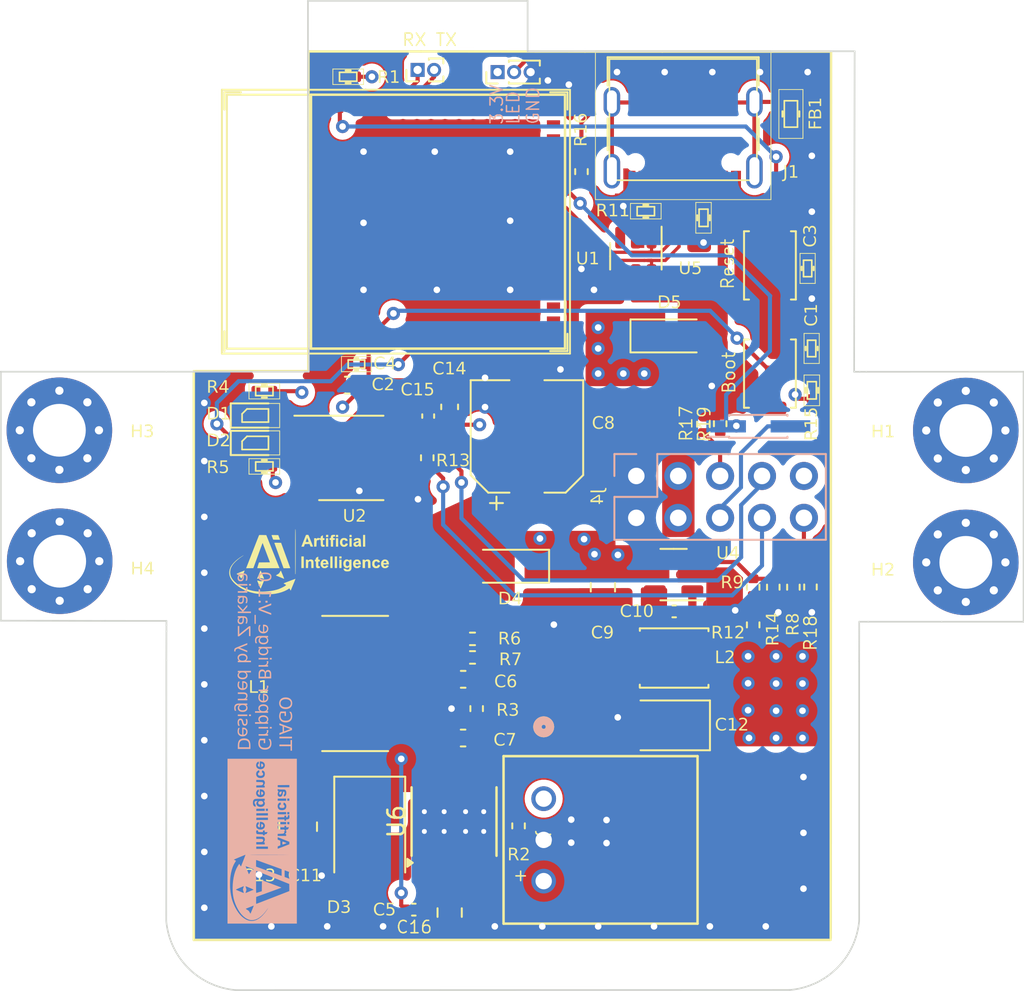
<source format=kicad_pcb>
(kicad_pcb (version 20240108) (generator "pcbnew") (generator_version "8.0")
  (layers (0 "F.Cu" mixed) (1 "In1.Cu" power "GND.Cu") (2 "In2.Cu" power "3V3.Cu") (31 "B.Cu" mixed) (34 "B.Paste" user) (35 "F.Paste" user) (36 "B.SilkS" user "B.Silkscreen") (37 "F.SilkS" user "F.Silkscreen") (38 "B.Mask" user) (39 "F.Mask" user) (44 "Edge.Cuts" user))
  (net 0 "")
  (net 1 "3V3")
  (net 2 "+5V")
  (net 3 "GND")
  (net 4 "Net-(D1-A)")
  (net 5 "user_led")
  (net 6 "Net-(D2-A)")
  (net 7 "Net-(J1-SHIELD)")
  (net 8 "D-")
  (net 9 "D+")
  (net 10 "Net-(D3-K)")
  (net 11 "Net-(J1-CC1)")
  (net 13 "Net-(J1-CC2)")
  (net 15 "Net-(U4-CB)")
  (net 16 "Net-(U4-SW)")
  (net 17 "Net-(U4-FB)")
  (net 18 "Net-(D4-K)")
  (net 19 "RO")
  (net 20 "RE")
  (net 21 "DI")
  (net 22 "BOOT")
  (net 23 "EN")
  (net 48 "Net-(J2-Pin_2)")
  (net 49 "Net-(J2-Pin_1)")
  (net 52 "+40V")
  (net 53 "Net-(U6-BOOT)")
  (net 54 "Net-(C6-Pad2)")
  (net 55 "Net-(U6-COMP)")
  (net 56 "Net-(U6-RT{slash}CLK)")
  (net 57 "Net-(U6-FB)")
  (net 58 "Net-(R12-Pad1)")
  (net 59 "unconnected-(U6-EN-Pad3)")
  (net 64 "Net-(J4-Pin_5)")
  (net 66 "Net-(J4-Pin_10)")
  (net 67 "24V")
  (net 68 "485+")
  (net 69 "485-")
  (net 71 "Net-(U1-GPIO26)")
  (net 72 "Net-(LED1-Pin_2)")
  (net 73 "V_on")
  (net 74 "V_on_p")
  (footprint "Resistor_SMD:R_0402_1005Metric" (layer "F.Cu") (at 113.875034 88.179035 180)
    (property "Reference" "R5")
    (property "Value" "2.2K" (hide yes))
  )
  (footprint "Capacitor_SMD:C_0402_1005Metric" (layer "F.Cu") (at 138.720108 96.97126 180)
    (property "Reference" "C10")
    (property "Value" "100nF" (hide yes))
  )
  (footprint "Capacitor_SMD:C_0603_1608Metric" (layer "F.Cu") (at 125.923755 104.653985)
    (property "Reference" "C7")
    (property "Value" "6.8nF" (hide yes))
  )
  (footprint "Resistor_SMD:R_0402_1005Metric" (layer "F.Cu") (at 143.51 97.79 -90)
    (property "Reference" "R12")
    (property "Value" "56.2K" (hide yes))
  )
  (footprint "Package_SO:SOIC-8_3.9x4.9mm_P1.27mm" (layer "F.Cu") (at 119.145274 87.663564)
    (property "Reference" "U2")
    (property "Value" "SP3485EN-L/TR" (hide yes))
  )
  (footprint "MountingHole:MountingHole_3.2mm_M3_Pad_Via" (layer "F.Cu") (at 156.4 86)
    (property "Reference" "H1")
    (property "Value" "MountingHole" (hide yes))
  )
  (footprint "LED_SMD:LED_0603_1608Metric" (layer "F.Cu") (at 113.325034 85.092654)
    (property "Reference" "D1")
    (property "Value" "LED" (hide yes))
  )
  (footprint "Connector_PinHeader_1.00mm:PinHeader_1x03_P1.00mm_Vertical" (layer "F.Cu") (at 128.016 64.262 90)
    (property "Reference" "LED1" (hide yes))
    (property "Value" "Conn_01x03_Pin" (hide yes))
  )
  (footprint "Resistor_SMD:R_0402_1005Metric" (layer "F.Cu") (at 137 72.7)
    (property "Reference" "R11")
    (property "Value" "5.1K" (hide yes))
  )
  (footprint "LED_SMD:LED_0603_1608Metric" (layer "F.Cu") (at 113.325034 86.755248)
    (property "Reference" "D2")
    (property "Value" "LED" (hide yes))
  )
  (footprint "Capacitor_SMD:C_0402_1005Metric" (layer "F.Cu") (at 146.812 76.172 -90)
    (property "Reference" "C3")
    (property "Value" "0.1uF" (hide yes))
  )
  (footprint "Inductor_SMD:L_0603_1608Metric" (layer "F.Cu") (at 145.796 66.802 90)
    (property "Reference" "FB1")
    (property "Value" "FerriteBead_Small" (hide yes))
  )
  (footprint "Resistor_SMD:R_0402_1005Metric" (layer "F.Cu") (at 133.1 70.3 -90)
    (property "Reference" "R16")
    (property "Value" "2.2K" (hide yes))
  )
  (footprint "MountingHole:MountingHole_3.2mm_M3_Pad_Via" (layer "F.Cu") (at 101.44946 85.987356)
    (property "Reference" "H3")
    (property "Value" "MountingHole" (hide yes))
  )
  (footprint "Inductor_SMD:L_Changjiang_FNR4030S" (layer "F.Cu") (at 138.7 99.8)
    (property "Reference" "L2")
    (property "Value" "4.7uH" (hide yes))
  )
  (footprint "Capacitor_SMD:C_0402_1005Metric" (layer "F.Cu") (at 122.936 115.062 180)
    (property "Reference" "C5")
    (property "Value" "0.1uF" (hide yes))
  )
  (footprint "Resistor_SMD:R_0402_1005Metric" (layer "F.Cu") (at 141.51 85.59 90)
    (property "Reference" "R19")
    (property "Value" "10K" (hide yes))
  )
  (footprint "Resistor_SMD:R_0402_1005Metric" (layer "F.Cu") (at 126.746 102.87 90)
    (property "Reference" "R3")
    (property "Value" "44.2K" (hide yes))
  )
  (footprint "Connector_PinHeader_1.00mm:PinHeader_1x02_P1.00mm_Vertical" (layer "F.Cu") (at 123.167186 64.13026 90)
    (property "Reference" "J2" (hide yes))
    (property "Value" "Conn_01x02_Pin" (hide yes))
  )
  (footprint "Resistor_SMD:R_0402_1005Metric" (layer "F.Cu") (at 140.49 85.62 -90)
    (property "Reference" "R17")
    (property "Value" "0R" (hide yes))
  )
  (footprint "Resistor_SMD:R_0402_1005Metric" (layer "F.Cu") (at 129.286 109.982 90)
    (property "Reference" "R2")
    (property "Value" "133K" (hide yes))
  )
  (footprint "Resistor_SMD:R_0402_1005Metric" (layer "F.Cu") (at 147.066 83.566 90)
    (property "Reference" "R15")
    (property "Value" "10K" (hide yes))
  )
  (footprint "Diode_SMD:D_SOD-123" (layer "F.Cu") (at 138.43 80.264)
    (property "Reference" "D5")
    (property "Value" "B5819W SL" (hide yes))
  )
  (footprint "Resistor_SMD:R_0402_1005Metric" (layer "F.Cu") (at 126.493312 98.639383)
    (property "Reference" "R6")
    (property "Value" "348K" (hide yes))
  )
  (footprint "Inductor_SMD:L_Bourns_SRN8040TA" (layer "F.Cu") (at 119.38 101.346 180)
    (property "Reference" "L1")
    (property "Value" "22uH/2.5A" (hide yes))
  )
  (footprint "Capacitor_SMD:C_0402_1005Metric" (layer "F.Cu") (at 147.056 81.026 90)
    (property "Reference" "C1")
    (property "Value" "22uF/50V" (hide yes))
  )
  (footprint "Resistor_SMD:R_0402_1005Metric" (layer "F.Cu") (at 126.49572 99.765047 180)
    (property "Reference" "R7")
    (property "Value" "12K" (hide yes))
  )
  (footprint "Resistor_SMD:R_0402_1005Metric" (layer "F.Cu") (at 140.5 73.1 90)
    (property "Reference" "R10" (hide yes))
    (property "Value" "5.1K" (hide yes))
  )
  (footprint "MountingHole:MountingHole_3.2mm_M3_Pad_Via" (layer "F.Cu") (at 101.468971 93.92932)
    (property "Reference" "H4")
    (property "Value" "MountingHole" (hide yes))
  )
  (footprint "Capacitor_SMD:C_0402_1005Metric" (layer "F.Cu") (at 123.807992 85.12603 90)
    (property "Reference" "C15")
    (property "Value" "0.1uF" (hide yes))
  )
  (footprint "Capacitor_SMD:C_0805_2012Metric" (layer "F.Cu") (at 134.4 95.504 -90)
    (property "Reference" "C9")
    (property "Value" "10uF/50V" (hide yes))
  )
  (footprint "Package_TO_SOT_SMD:SOT-23-6" (layer "F.Cu") (at 136.398 75.438 -90)
    (property "Reference" "U5")
    (property "Value" "SRV05-4" (hide yes))
  )
  (footprint "CONN_S3B-XH-ALFSN_JST:CONN_S3B-XH-ALFSN_JST" (layer "F.Cu") (at 130.81 108.332778 -90)
    (property "Reference" "J3")
    (property "Value" "S3B-XH-ALFSN" (hide yes))
  )
  (footprint "Capacitor_Tantalum_SMD:CP_EIA-3528-21_Kemet-B" (layer "F.Cu") (at 138.43 103.886 180)
    (property "Reference" "C12")
    (property "Value" "47uF/10V" (hide yes))
  )
  (footprint "Resistor_SMD:R_0402_1005Metric" (layer "F.Cu") (at 123.752379 87.655529 -90)
    (property "Reference" "R13")
    (property "Value" "120R" (hide yes))
  )
  (footprint "Capacitor_SMD:C_0603_1608Metric" (layer "F.Cu") (at 118.900402 83.24762 180)
    (property "Reference" "C2")
    (property "Value" "22uF/50V" (hide yes))
  )
  (footprint "Resistor_SMD:R_0402_1005Metric" (layer "F.Cu") (at 113.875034 83.616643 180)
    (property "Reference" "R4")
    (property "Value" "2.2K" (hide yes))
  )
  (footprint "Button_Switch_SMD:SW_Push_SPST_NO_Alps_SKRK" (layer "F.Cu") (at 144.526 75.987035 90)
    (property "Reference" "Reset1" (hide yes))
    (property "Value" "SW_Push" (hide yes))
  )
  (footprint "logo:logo_positive" (layer "F.Cu") (at 116.586 93.98)
    (property "Reference" "G***" (hide yes))
    (property "Value" "LOGO" (hide yes))
  )
  (footprint "Resistor_SMD:R_0402_1005Metric" (layer "F.Cu") (at 146.982801 95.4936 -90)
    (property "Reference" "R18")
    (property "Value" "0R" (hide yes))
  )
  (footprint "Capacitor_SMD:CP_Elec_6.3x3" (layer "F.Cu") (at 129.794 86.36 90)
    (property "Reference" "C8")
    (property "Value" "82uF" (hide yes))
  )
  (footprint "Capacitor_SMD:C_0603_1608Metric" (layer "F.Cu") (at 125.928708 101.092)
    (property "Reference" "C6")
    (property "Value" "3.3nF" (hide yes))
  )
  (footprint "Connector_USB:USB_C_Receptacle_G-Switch_GT-USB-7010ASV" (layer "F.Cu") (at 139.265034 67.147035 180)
    (property "Reference" "J1")
    (property "Value" "USB_C_Receptacle_USB2.0" (hide yes))
  )
  (footprint "Package_SO:TI_SO-PowerPAD-8_ThermalVias" (layer "F.Cu") (at 125.375 109.72 90)
    (property "Reference" "U6")
    (property "Value" "TPS54360BDDAR")
  )
  (footprint "Capacitor_SMD:C_0805_2012Metric" (layer "F.Cu") (at 116.332 110.031 -90)
    (property "Reference" "C11")
    (property "Value" "10uF/50V" (hide yes))
  )
  (footprint "Resistor_SMD:R_0402_1005Metric" (layer "F.Cu") (at 118.957434 64.546857 180)
    (property "Reference" "R1")
    (property "Value" "100K" (hide yes))
  )
  (footprint "Diode_SMD:D_SMB" (layer "F.Cu") (at 120.263682 110.658233 -90)
    (property "Reference" "D3")
    (property "Value" "SS510" (hide yes))
  )
  (footprint "Button_Switch_SMD:SW_Push_SPST_NO_Alps_SKRK" (layer "F.Cu") (at 144.526 82.55 -90)
    (property "Reference" "Boot1" (hide yes))
    (property "Value" "SW_Push" (hide yes))
  )
  (footprint "Capacitor_SMD:C_0805_2012Metric" (layer "F.Cu") (at 125.11 115.24 90)
    (property "Reference" "C16")
    (property "Value" "2.2uF" (hide yes))
  )
  (footprint "Capacitor_SMD:C_0603_1608Metric" (layer "F.Cu") (at 125.108478 84.568825 90)
    (property "Reference" "C14")
    (property "Value" "22uF/50V" (hide yes))
  )
  (footprint "Capacitor_SMD:C_0402_1005Metric" (layer "F.Cu") (at 119.457937 81.971805 180)
    (property "Reference" "C4")
    (property "Value" "0.1uF" (hide yes))
  )
  (footprint "Espressif:ESP32-S3-MINI-1" (layer "F.Cu") (at 124.403034 73.335035 90)
    (property "Reference" "U1")
    (property "Value" "ESP32-C3-MINI-1" (hide yes))
  )
  (footprint "Package_TO_SOT_SMD:SOT-23-6" (layer "F.Cu") (at 138.684 94.742 180)
    (property "Reference" "U4")
    (property "Value" "RY8411" (hide yes))
  )
  (footprint "Resistor_SMD:R_0402_1005Metric" (layer "F.Cu") (at 143.51 95.504 -90)
    (property "Reference" "R9")
    (property "Value" "100K" (hide yes))
  )
  (footprint "Diode_SMD:D_SOD-123" (layer "F.Cu") (at 128.778 94.234 180)
    (property "Reference" "D4")
    (property "Value" "B5819W SL" (hide yes))
  )
  (footprint "Resistor_SMD:R_0402_1005Metric" (layer "F.Cu") (at 145.948532 95.504 90)
    (property "Reference" "R8")
    (property "Value" "100K" (hide yes))
  )
  (footprint "Resistor_SMD:R_0402_1005Metric" (layer "F.Cu") (at 144.729266 95.504 90)
    (property "Reference" "R14")
    (property "Value" "100K" (hide yes))
  )
  (footprint "Capacitor_SMD:C_0805_2012Metric" (layer "F.Cu") (at 114.046 110.031 -90)
    (property "Reference" "C13")
    (property "Value" "10uF/50V" (hide yes))
  )
  (footprint "MountingHole:MountingHole_3.2mm_M3_Pad_Via" (layer "F.Cu") (at 156.4 94)
    (property "Reference" "H2")
    (property "Value" "MountingHole" (hide yes))
  )
  (footprint "Connector_PinHeader_1.27mm:PinHeader_2x01_P1.27mm_Vertical_SMD" (layer "B.Cu") (at 143.82 85.75)
    (property "Reference" "J5" (hide yes))
    (property "Value" "Conn_01x02_Pin" (hide yes))
  )
  (footprint "logo:logo" (layer "B.Cu") (at 113.75 110.91 90)
    (property "Reference" "G***" (hide yes))
    (property "Value" "LOGO" (hide yes))
  )
  (footprint "Connector_PinHeader_2.54mm:PinHeader_2x05_P2.54mm_Vertical" (layer "B.Cu") (at 136.425069 88.75925 -90)
    (property "Reference" "J4")
    (property "Value" "Conn_02x05_Counter_Clockwise" (hide yes))
  )
  (gr_line (start 133.32 63.02) (end 123.38 63.01) (stroke (width 0.15)) (layer "F.SilkS"))
  (gr_line (start 116.55 63.01) (end 116.54 81.83) (stroke (width 0.15)) (layer "F.SilkS"))
  (gr_line (start 109.6 116.9) (end 109.6 82.4) (stroke (width 0.15)) (layer "F.SilkS"))
  (gr_line (start 116.54 81.84) (end 116.54 82.4) (stroke (width 0.15)) (layer "F.SilkS"))
  (gr_line (start 144.67 63.02) (end 138 63.02) (stroke (width 0.15)) (layer "F.SilkS"))
  (gr_line (start 148.23 63.04) (end 148.21 116.8) (stroke (width 0.15)) (layer "F.SilkS"))
  (gr_line (start 148.23 63.02) (end 144.67 63.02) (stroke (width 0.15)) (layer "F.SilkS"))
  (gr_line (start 109.69 82.4) (end 116.54 82.4) (stroke (width 0.15)) (layer "F.SilkS"))
  (gr_line (start 138 63.02) (end 133.32 63.02) (stroke (width 0.15)) (layer "F.SilkS"))
  (gr_line (start 148.2 116.9) (end 109.6 116.9) (stroke (width 0.15)) (layer "F.SilkS"))
  (gr_line (start 123.38 63.01) (end 116.55 63.01) (stroke (width 0.15)) (layer "F.SilkS"))
  (gr_line (start 116.52 59.94) (end 116.52 65.36) (stroke (width 0.1)) (layer "Edge.Cuts"))
  (gr_line (start 104.224133 97.548943) (end 107.94 97.55) (stroke (width 0.1)) (layer "Edge.Cuts"))
  (gr_line (start 97.9 82.435035) (end 107.935034 82.435035) (stroke (width 0.1)) (layer "Edge.Cuts"))
  (gr_line (start 154.935034 97.6) (end 150.48 97.6) (stroke (width 0.1)) (layer "Edge.Cuts"))
  (gr_line (start 149.66 63) (end 129.835034 63) (stroke (width 0.1)) (layer "Edge.Cuts"))
  (gr_line (start 149.97 82.44) (end 149.63 82.44) (stroke (width 0.1)) (layer "Edge.Cuts"))
  (gr_line (start 129.835034 59.94) (end 129.835034 63) (stroke (width 0.1)) (layer "Edge.Cuts"))
  (gr_line (start 107.929034 115.741682) (end 107.935034 99.935035) (stroke (width 0.1)) (layer "Edge.Cuts"))
  (gr_line (start 149.935034 100) (end 149.94 98.06) (stroke (width 0.1)) (layer "Edge.Cuts"))
  (gr_line (start 129.835034 59.94) (end 116.52 59.94) (stroke (width 0.1)) (layer "Edge.Cuts"))
  (gr_line (start 107.935034 99.935035) (end 107.94 98.18) (stroke (width 0.1)) (layer "Edge.Cuts"))
  (gr_line (start 112.129034 119.941682) (end 145.735034 119.935034) (stroke (width 0.1)) (layer "Edge.Cuts"))
  (gr_line (start 150.48 97.6) (end 149.94 97.6) (stroke (width 0.1)) (layer "Edge.Cuts"))
  (gr_line (start 97.9 97.536) (end 97.9 82.435035) (stroke (width 0.1)) (layer "Edge.Cuts"))
  (gr_line (start 149.935034 100) (end 149.935034 115.735034) (stroke (width 0.1)) (layer "Edge.Cuts"))
  (gr_line (start 150.37 82.44) (end 149.97 82.44) (stroke (width 0.1)) (layer "Edge.Cuts"))
  (gr_line (start 116.332 82.435035) (end 107.935034 82.435035) (stroke (width 0.1)) (layer "Edge.Cuts"))
  (gr_line (start 107.94 97.81) (end 107.94 97.55) (stroke (width 0.1)) (layer "Edge.Cuts"))
  (gr_line (start 116.57 81.83) (end 116.569733 82.434244) (stroke (width 0.1)) (layer "Edge.Cuts"))
  (gr_line (start 154.935034 97.6) (end 159.9 97.6) (stroke (width 0.1)) (layer "Edge.Cuts"))
  (gr_line (start 159.9 97.6) (end 159.9 82.437019) (stroke (width 0.1)) (layer "Edge.Cuts"))
  (gr_line (start 116.52 65.36) (end 116.57 81.83) (stroke (width 0.1)) (layer "Edge.Cuts"))
  (gr_line (start 107.94 98.18) (end 107.94 97.81) (stroke (width 0.1)) (layer "Edge.Cuts"))
  (gr_line (start 104.224133 97.548943) (end 97.9 97.536) (stroke (width 0.1)) (layer "Edge.Cuts"))
  (gr_line (start 116.332 82.435035) (end 116.569733 82.434244) (stroke (width 0.1)) (layer "Edge.Cuts"))
  (gr_line (start 149.63 82.44) (end 149.66 63) (stroke (width 0.1)) (layer "Edge.Cuts"))
  (gr_arc (start 149.935034 115.735034) (mid 148.6 118.6) (end 145.735034 119.935034) (stroke (width 0.1)) (layer "Edge.Cuts"))
  (gr_arc (start 112.129034 119.941682) (mid 109.264053 118.606652) (end 107.929034 115.741682) (stroke (width 0.1)) (layer "Edge.Cuts"))
  (gr_line (start 149.94 98.06) (end 149.94 97.6) (stroke (width 0.1)) (layer "Edge.Cuts"))
  (gr_line (start 159.9 82.437019) (end 150.37 82.44) (stroke (width 0.1)) (layer "Edge.Cuts"))
  (gr_text "V_on" (at 145.2 84.34 0) (layer "B.Cu") (effects (font (size 0.75 0.75) (thickness 0.09)) (justify left bottom mirror)))
  (gr_text "GND" (at 130.6 67.5 90) (layer "B.SilkS") (effects (font (size 0.75 0.75) (thickness 0.09)) (justify left bottom)))
  (gr_text "3.3V" (at 128.4 67.5 90) (layer "B.SilkS") (effects (font (size 0.75 0.75) (thickness 0.09)) (justify left bottom)))
  (gr_text "LED" (at 129.4 67.5 90) (layer "B.SilkS") (effects (font (size 0.75 0.75) (thickness 0.09)) (justify left bottom)))
  (gr_text "TIAGO \nGripper Bridge_V:1.0\nDesigned by Zakaria" (at 112.14 105.42 270) (layer "B.SilkS") (effects (font (size 0.75 0.75)) (justify left bottom mirror)))
  (gr_text "TX" (at 124.206 62.738 0) (layer "F.SilkS") (effects (font (size 0.75 0.75) (thickness 0.09)) (justify left bottom)))
  (gr_text "+" (at 129.794 113.538 90) (layer "F.SilkS") (effects (font (size 0.75 0.75) (thickness 0.09)) (justify left bottom)))
  (gr_text "RX" (at 122.174 62.738 0) (layer "F.SilkS") (effects (font (size 0.75 0.75) (thickness 0.09)) (justify left bottom)))
  (gr_text "Boot" (at 142.48 83.82 90) (layer "F.SilkS") (effects (font (size 0.75 0.75) (thickness 0.09)) (justify left bottom)))
  (gr_text "Reset" (at 142.4 77.5 90) (layer "F.SilkS") (effects (font (size 0.75 0.75) (thickness 0.09)) (justify left bottom)))
  (segment (start 116.148022 83.68894) (end 116.075725 83.616643) (width 0.25) (layer "F.Cu") (net 1))
  (segment (start 123.807992 85.60603) (end 124.846273 85.60603) (width 0.25) (layer "F.Cu") (net 1))
  (segment (start 122.768256 85.758564) (end 122.92079 85.60603) (width 0.25) (layer "F.Cu") (net 1))
  (segment (start 120.396 64.546857) (end 119.467434 64.546857) (width 0.25) (layer "F.Cu") (net 1))
  (segment (start 116.075725 83.616643) (end 114.385034 83.616643) (width 0.25) (layer "F.Cu") (net 1))
  (segment (start 126.924296 85.651089) (end 125.415742 85.651089) (width 0.25) (layer "F.Cu") (net 1))
  (segment (start 125.415742 85.651089) (end 125.108478 85.343825) (width 0.25) (layer "F.Cu") (net 1))
  (segment (start 119.624229 83.270459) (end 119.888 83.53423) (width 0.25) (layer "F.Cu") (net 1))
  (segment (start 120.197034 80.359035) (end 120.197034 82.697654) (width 0.25) (layer "F.Cu") (net 1))
  (segment (start 121.620274 85.758564) (end 122.768256 85.758564) (width 0.25) (layer "F.Cu") (net 1))
  (segment (start 120.197034 82.697654) (end 119.624229 83.270459) (width 0.25) (layer "F.Cu") (net 1))
  (segment (start 118.631 84.582) (end 119.647 83.566) (width 0.25) (layer "F.Cu") (net 1))
  (segment (start 122.92079 85.60603) (end 123.807992 85.60603) (width 0.25) (layer "F.Cu") (net 1))
  (segment (start 114.385034 88.179035) (end 114.385034 88.985034) (width 0.25) (layer "F.Cu") (net 1))
  (segment (start 146.306 84.076) (end 146.05 83.82) (width 0.25) (layer "F.Cu") (net 1))
  (segment (start 114.385034 88.985034) (end 114.554 89.154) (width 0.25) (layer "F.Cu") (net 1))
  (segment (start 147.066 84.076) (end 146.306 84.076) (width 0.25) (layer "F.Cu") (net 1))
  (segment (start 118.618 84.582) (end 118.631 84.582) (width 0.25) (layer "F.Cu") (net 1))
  (segment (start 124.846273 85.60603) (end 125.108478 85.343825) (width 0.25) (layer "F.Cu") (net 1))
  (via (at 116.148022 83.68894) (size 0.8) (drill 0.4) (layers "F.Cu" "B.Cu") (net 1))
  (via (at 144.9 104.65) (size 0.8) (drill 0.4) (layers "F.Cu" "B.Cu") (net 1))
  (via (at 146.5 103) (size 0.8) (drill 0.4) (layers "F.Cu" "B.Cu") (net 1))
  (via (at 143.256 104.648) (size 0.8) (drill 0.4) (layers "F.Cu" "B.Cu") (net 1))
  (via (at 144.9 101.35) (size 0.8) (drill 0.4) (layers "F.Cu" "B.Cu") (net 1))
  (via (at 146.5 104.65) (size 0.8) (drill 0.4) (layers "F.Cu" "B.Cu") (net 1))
  (via (at 143.2 102.966666) (size 0.8) (drill 0.4) (layers "F.Cu" "B.Cu") (net 1))
  (via (at 143.2 99.7) (size 0.8) (drill 0.4) (layers "F.Cu" "B.Cu") (net 1))
  (via (at 146.05 83.82) (size 0.8) (drill 0.4) (layers "F.Cu" "B.Cu") (net 1))
  (via (at 126.924296 85.651089) (size 0.8) (drill 0.4) (layers "F.Cu" "B.Cu") (net 1))
  (via (at 146.5 101.35) (size 0.8) (drill 0.4) (layers "F.Cu" "B.Cu") (net 1))
  (via (at 118.618 84.582) (size 0.8) (drill 0.4) (layers "F.Cu" "B.Cu") (net 1))
  (via (at 114.554 89.154) (size 0.8) (drill 0.4) (layers "F.Cu" "B.Cu") (net 1))
  (via (at 144.9 99.7) (size 0.8) (drill 0.4) (layers "F.Cu" "B.Cu") (net 1))
  (via (at 144.9 103) (size 0.8) (drill 0.4) (layers "F.Cu" "B.Cu") (net 1))
  (via (at 146.5 99.7) (size 0.8) (drill 0.4) (layers "F.Cu" "B.Cu") (net 1))
  (via (at 143.2 101.333333) (size 0.8) (drill 0.4) (layers "F.Cu" "B.Cu") (net 1))
  (via (at 120.396 64.546857) (size 0.8) (drill 0.4) (layers "F.Cu" "B.Cu") (net 1))
  (segment (start 141.665034 70.286984) (end 140.761085 69.383035) (width 0.25) (layer "F.Cu") (net 2))
  (segment (start 140.761085 69.383035) (end 137.753034 69.383035) (width 0.25) (layer "F.Cu") (net 2))
  (segment (start 136.865034 70.286984) (end 136.865034 70.907035) (width 0.25) (layer "F.Cu") (net 2))
  (segment (start 137.753034 69.383035) (end 137.075034 70.061035) (width 0.25) (layer "F.Cu") (net 2))
  (segment (start 141.665034 70.907035) (end 141.665034 70.286984) (width 0.25) (layer "F.Cu") (net 2))
  (segment (start 137.075034 70.076984) (end 136.865034 70.286984) (width 0.25) (layer "F.Cu") (net 2))
  (segment (start 137.075034 70.061035) (end 137.075034 70.076984) (width 0.25) (layer "F.Cu") (net 2))
  (segment (start 141.52 85.08) (end 141.54 85.1) (width 0.25) (layer "F.Cu") (net 3))
  (segment (start 140.5 73.61) (end 140.5 74.6) (width 0.25) (layer "F.Cu") (net 3))
  (segment (start 131.403034 65.109034) (end 131.064 64.77) (width 0.25) (layer "F.Cu") (net 3))
  (segment (start 142.42 96.7) (end 140.462 94.742) (width 0.25) (layer "F.Cu") (net 3))
  (segment (start 131.403034 66.335035) (end 131.403034 65.109034) (width 0.25) (layer "F.Cu") (net 3))
  (segment (start 131.064 64.77) (end 130.556 64.262) (width 0.25) (layer "F.Cu") (net 3))
  (segment (start 140.462 94.742) (end 139.8215 94.742) (width 0.25) (layer "F.Cu") (net 3))
  (segment (start 142.42 96.91) (end 142.42 96.7) (width 0.25) (layer "F.Cu") (net 3))
  (segment (start 111.77288 84.328) (end 110.236 84.328) (width 0.25) (layer "F.Cu") (net 3))
  (segment (start 112.537534 85.092654) (end 111.77288 84.328) (width 0.25) (layer "F.Cu") (net 3))
  (segment (start 130.556 64.262) (end 130.016 64.262) (width 0.25) (layer "F.Cu") (net 3))
  (via (at 119.634 89.662) (size 0.8) (drill 0.4) (layers "F.Cu" "B.Cu") (net 3))
  (via (at 110.236 84.328) (size 0.8) (drill 0.4) (layers "F.Cu" "B.Cu") (net 3))
  (via (at 124.333 77.47) (size 0.8) (drill 0.4) (layers "F.Cu" "B.Cu") (net 3))
  (via (at 110.236 108.174095) (size 0.8) (drill 0.4) (layers "F.Cu" "B.Cu") (net 3))
  (via (at 135.255 64.262) (size 0.8) (drill 0.4) (layers "F.Cu" "B.Cu") (net 3))
  (via (at 110.236 94.627431) (size 0.8) (drill 0.4) (layers "F.Cu" "B.Cu") (net 3))
  (via (at 110.236 101.400763) (size 0.8) (drill 0.4) (layers "F.Cu" "B.Cu") (net 3))
  (via (at 127.846664 116.078) (size 0.8) (drill 0.4) (layers "F.Cu" "B.Cu") (net 3))
  (via (at 119.888 77.47) (size 0.8) (drill 0.4) (layers "F.Cu" "B.Cu") (net 3))
  (via (at 144.272 116.078) (size 0.8) (drill 0.4) (layers "F.Cu" "B.Cu") (net 3))
  (via (at 132.334 65.024) (size 0.8) (drill 0.4) (layers "F.Cu" "B.Cu") (net 3))
  (via (at 113.551491 112.942694) (size 0.8) (drill 0.4) (layers "F.Cu" "B.Cu") (net 3))
  (via (at 140.885334 116.078) (size 0.8) (drill 0.4) (layers "F.Cu" "B.Cu") (net 3))
  (via (at 132.479803 111) (size 0.8) (drill 0.4) (layers "F.Cu" "B.Cu") (net 3))
  (via (at 138.14425 64.262) (size 0.8) (drill 0.4) (layers "F.Cu" "B.Cu") (net 3))
  (via (at 146.558 113.792) (size 0.8) (drill 0.4) (layers "F.Cu" "B.Cu") (net 3))
  (via (at 119.888 73.406) (size 0.8) (drill 0.4) (layers "F.Cu" "B.Cu") (net 3))
  (via (at 147.066 97.028) (size 0.8) (drill 0.4) (layers "F.Cu" "B.Cu") (net 3))
  (via (at 135.3 103.4) (size 0.8) (drill 0.4) (layers "F.Cu" "B.Cu") (net 3))
  (via (at 127.254 84.582) (size 0.8) (drill 0.4) (layers "F.Cu" "B.Cu") (net 3))
  (via (at 140.5 74.6) (size 0.8) (drill 0.4) (layers "F.Cu" "B.Cu") (net 3))
  (via (at 147.066 69.341996) (size 0.8) (drill 0.4) (layers "F.Cu" "B.Cu") (net 3))
  (via (at 110.236 87.854099) (size 0.8) (drill 0.4) (layers "F.Cu" "B.Cu") (net 3))
  (via (at 137.498668 116.078) (size 0.8) (drill 0.4) (layers "F.Cu" "B.Cu") (net 3))
  (via (at 128.778 69.088) (size 0.8) (drill 0.4) (layers "F.Cu" "B.Cu") (net 3))
  (via (at 134.62 109.627635) (size 0.8) (drill 0.4) (layers "F.Cu" "B.Cu") (net 3))
  (via (at 146.812 64.262) (size 0.8) (drill 0.4) (layers "F.Cu" "B.Cu") (net 3))
  (via (at 131.425971 97.776795) (size 0.8) (drill 0.4) (layers "F.Cu" "B.Cu") (net 3))
  (via (at 141.0335 64.262) (size 0.8) (drill 0.4) (layers "F.Cu" "B.Cu") (net 3))
  (via (at 147.066 78) (size 0.8) (drill 0.4) (layers "F.Cu" "B.Cu") (net 3))
  (via (at 141 83.3) (size 0.8) (drill 0.4) (layers "F.Cu" "B.Cu") (net 3))
  (via (at 117.348 113) (size 0.8) (drill 0.4) (layers "F.Cu" "B.Cu") (net 3))
  (via (at 132.479803 109.603) (size 0.8) (drill 0.4) (layers "F.Cu" "B.Cu") (net 3))
  (via (at 110.236 104.787429) (size 0.8) (drill 0.4) (layers "F.Cu" "B.Cu") (net 3))
  (via (at 143.92275 64.262) (size 0.8) (drill 0.4) (layers "F.Cu" "B.Cu") (net 3))
  (via (at 146.558 110.405334) (size 0.8) (drill 0.4) (layers "F.Cu" "B.Cu") (net 3))
  (via (at 133.858 77.47) (size 0.8) (drill 0.4) (layers "F.Cu" "B.Cu") (net 3))
  (via (at 110.236 114.947433) (size 0.8) (drill 0.4) (layers "F.Cu" "B.Cu") (net 3))
  (via (at 117.686666 116.078) (size 0.8) (drill 0.4) (layers "F.Cu" "B.Cu") (net 3))
  (via (at 128.778 77.47) (size 0.8) (drill 0.4) (layers "F.Cu" "B.Cu") (net 3))
  (via (at 133.096 76.2) (size 0.8) (drill 0.4) (layers "F.Cu" "B.Cu") (net 3))
  (via (at 131.064 64.77) (size 0.8) (drill 0.4) (layers "F.Cu" "B.Cu") (net 3))
  (via (at 131.826 82.296) (size 0.8) (drill 0.4) (layers "F.Cu" "B.Cu") (net 3))
  (via (at 114.3 116.078) (size 0.8) (drill 0.4) (layers "F.Cu" "B.Cu") (net 3))
  (via (at 146.558 107.018668) (size 0.8) (drill 0.4) (layers "F.Cu" "B.Cu") (net 3))
  (via (at 110.236 91.240765) (size 0.8) (drill 0.4) (layers "F.Cu" "B.Cu") (net 3))
  (via (at 134.62 111.024635) (size 0.8) (drill 0.4) (layers "F.Cu" "B.Cu") (net 3))
  (via (at 125.222 102.87) (size 0.8) (drill 0.4) (layers "F.Cu" "B.Cu") (net 3))
  (via (at 128.778 73.279) (size 0.8) (drill 0.4) (layers "F.Cu" "B.Cu") (net 3))
  (via (at 147.066 72.728662) (size 0.8) (drill 0.4) (layers "F.Cu" "B.Cu") (net 3))
  (via (at 121.073332 116.078) (size 0.8) (drill 0.4) (layers "F.Cu" "B.Cu") (net 3))
  (via (at 142.42 96.91) (size 0.8) (drill 0.4) (layers "F.Cu" "B.Cu") (net 3))
  (via (at 135.636 72.39) (size 0.8) (drill 0.4) (layers "F.Cu" "B.Cu") (net 3))
  (via (at 110.236 98.014097) (size 0.8) (drill 0.4) (layers "F.Cu" "B.Cu") (net 3))
  (via (at 123.19 90.17) (size 0.8) (drill 0.4) (layers "F.Cu" "B.Cu") (net 3))
  (via (at 110.236 111.560761) (size 0.8) (drill 0.4) (layers "F.Cu" "B.Cu") (net 3))
  (via (at 130.725336 116.078) (size 0.8) (drill 0.4) (layers "F.Cu" "B.Cu") (net 3))
  (via (at 145.034 97.028) (size 0.8) (drill 0.4) (layers "F.Cu" "B.Cu") (net 3))
  (via (at 127.254 82.804) (size 0.8) (drill 0.4) (layers "F.Cu" "B.Cu") (net 3))
  (via (at 134.112002 116.078) (size 0.8) (drill 0.4) (layers "F.Cu" "B.Cu") (net 3))
  (via (at 124.206 69.088) (size 0.8) (drill 0.4) (layers "F.Cu" "B.Cu") (net 3))
  (via (at 119.888 69.088) (size 0.8) (drill 0.4) (layers "F.Cu" "B.Cu") (net 3))
  (segment (start 113.365034 84.345154) (end 114.112534 85.092654) (width 0.25) (layer "F.Cu") (net 4))
  (segment (start 113.365034 83.616643) (end 113.365034 84.345154) (width 0.25) (layer "F.Cu") (net 4))
  (segment (start 122.703034 81.296966) (end 122.703034 80.335035) (width 0.25) (layer "F.Cu") (net 5))
  (segment (start 112.155248 86.755248) (end 112.537534 86.755248) (width 0.25) (layer "F.Cu") (net 5))
  (segment (start 122 82) (end 122.703034 81.296966) (width 0.25) (layer "F.Cu") (net 5))
  (segment (start 110.998 85.598) (end 112.155248 86.755248) (width 0.25) (layer "F.Cu") (net 5))
  (via (at 110.998 85.598) (size 0.8) (drill 0.4) (layers "F.Cu" "B.Cu") (net 5))
  (via (at 122 82) (size 0.8) (drill 0.4) (layers "F.Cu" "B.Cu") (net 5))
  (segment (start 117.901735 83.012265) (end 118.914 82) (width 0.25) (layer "B.Cu") (net 5))
  (segment (start 110.998 85.598) (end 110.998 84.328) (width 0.25) (layer "B.Cu") (net 5))
  (segment (start 118.914 82) (end 122 82) (width 0.25) (layer "B.Cu") (net 5))
  (segment (start 110.998 84.328) (end 112.313735 83.012265) (width 0.25) (layer "B.Cu") (net 5))
  (segment (start 112.313735 83.012265) (end 117.901735 83.012265) (width 0.25) (layer "B.Cu") (net 5))
  (segment (start 113.365034 87.502748) (end 114.112534 86.755248) (width 0.25) (layer "F.Cu") (net 6))
  (segment (start 113.365034 88.179035) (end 113.365034 87.502748) (width 0.25) (layer "F.Cu") (net 6))
  (segment (start 143.585034 66.107035) (end 134.945034 66.107035) (width 0.25) (layer "F.Cu") (net 7))
  (segment (start 143.585034 66.107035) (end 143.585034 70.307035) (width 0.25) (layer "F.Cu") (net 7))
  (segment (start 134.945034 70.307035) (end 134.945034 66.107035) (width 0.25) (layer "F.Cu") (net 7))
  (segment (start 145.509965 66.072035) (end 145.542 66.04) (width 0.25) (layer "F.Cu") (net 7))
  (segment (start 143.585034 66.072035) (end 145.509965 66.072035) (width 0.25) (layer "F.Cu") (net 7))
  (segment (start 131.403034 73.335035) (end 132.263035 73.335035) (width 0.2) (layer "F.Cu") (net 8))
  (segment (start 139.015034 70.907035) (end 139.015034 71.661035) (width 0.2) (layer "F.Cu") (net 8))
  (segment (start 140.015034 70.907035) (end 140.015034 71.673784) (width 0.2) (layer "F.Cu") (net 8))
  (segment (start 138.185 75.683) (end 139.015034 74.852966) (width 0.2) (layer "F.Cu") (net 8))
  (segment (start 132.263035 73.335035) (end 134.611 75.683) (width 0.2) (layer "F.Cu") (net 8))
  (segment (start 139.015034 74.852966) (end 139.015034 71.661035) (width 0.2) (layer "F.Cu") (net 8))
  (segment (start 136.906 75.683) (end 138.185 75.683) (width 0.2) (layer "F.Cu") (net 8))
  (segment (start 139.162408 71.808409) (end 139.880409 71.808409) (width 0.2) (layer "F.Cu") (net 8))
  (segment (start 140.015034 71.673784) (end 139.880409 71.808409) (width 0.2) (layer "F.Cu") (net 8))
  (segment (start 139.015034 71.661035) (end 139.162408 71.808409) (width 0.2) (layer "F.Cu") (net 8))
  (segment (start 137.117999 75.683) (end 137.348 75.683) (width 0.2) (layer "F.Cu") (net 8))
  (segment (start 137.348 75.683) (end 137.348 76.5755) (width 0.2) (layer "F.Cu") (net 8))
  (segment (start 134.611 75.683) (end 136.906 75.683) (width 0.2) (layer "F.Cu") (net 8))
  (segment (start 138.565034 69.987035) (end 138.515034 70.037035) (width 0.2) (layer "F.Cu") (net 9))
  (segment (start 137.348 74.3005) (end 137.348 75.152501) (width 0.2) (layer "F.Cu") (net 9))
  (segment (start 137.913 75.193) (end 137.169 75.193) (width 0.2) (layer "F.Cu") (net 9))
  (segment (start 137.348 75.152501) (end 137.388499 75.193) (width 0.2) (layer "F.Cu") (net 9))
  (segment (start 137.388499 74.340999) (end 137.348 74.3005) (width 0.2) (layer "F.Cu") (net 9))
  (segment (start 138.515034 70.037035) (end 138.515034 74.590966) (width 0.2) (layer "F.Cu") (net 9))
  (segment (start 134.883 75.193) (end 137.388499 75.193) (width 0.2) (layer "F.Cu") (net 9))
  (segment (start 139.515034 70.907035) (end 139.515034 70.037035) (width 0.2) (layer "F.Cu") (net 9))
  (segment (start 139.515034 70.037035) (end 139.465034 69.987035) (width 0.2) (layer "F.Cu") (net 9))
  (segment (start 139.465034 69.987035) (end 138.565034 69.987035) (width 0.2) (layer "F.Cu") (net 9))
  (segment (start 132.175035 72.485035) (end 134.883 75.193) (width 0.2) (layer "F.Cu") (net 9))
  (segment (start 131.403034 72.485035) (end 132.175035 72.485035) (width 0.2) (layer "F.Cu") (net 9))
  (segment (start 138.515034 74.590966) (end 137.913 75.193) (width 0.2) (layer "F.Cu") (net 9))
  (segment (start 122.456 115.062) (end 122.428 115.062) (width 0.25) (layer "F.Cu") (net 10))
  (segment (start 122.428 115.062) (end 122.174 114.808) (width 0.25) (layer "F.Cu") (net 10))
  (segment (start 122.174 114.808) (end 122.174 114.046) (width 0.25) (layer "F.Cu") (net 10))
  (via (at 122.174 114.046) (size 0.8) (drill 0.4) (layers "F.Cu" "B.Cu") (net 10))
  (via (at 122.174 105.918) (size 0.8) (drill 0.4) (layers "F.Cu" "B.Cu") (net 10))
  (segment (start 122.174 105.918) (end 122.174 114.046) (width 0.25) (layer "B.Cu") (net 10))
  (segment (start 140.515034 72.574966) (end 140.5 72.59) (width 0.25) (layer "F.Cu") (net 11))
  (segment (start 140.515034 70.907035) (end 140.515034 72.574966) (width 0.25) (layer "F.Cu") (net 11))
  (segment (start 137.515034 70.907035) (end 137.515034 72.782069) (width 0.25) (layer "F.Cu") (net 13))
  (segment (start 139.22687 97.028) (end 139.8215 97.028) (width 0.5) (layer "F.Cu") (net 15))
  (segment (start 139.185119 96.986249) (end 139.22687 97.028) (width 0.5) (layer "F.Cu") (net 15))
  (segment (start 139.8215 97.028) (end 139.8215 95.692) (width 0.5) (layer "F.Cu") (net 15))
  (segment (start 143.51 94.994) (end 146.05 94.994) (width 0.25) (layer "F.Cu") (net 17))
  (segment (start 142.496 93.98) (end 143.51 94.994) (width 0.25) (layer "F.Cu") (net 17))
  (segment (start 140.582 93.792) (end 140.77 93.98) (width 0.25) (layer "F.Cu") (net 17))
  (segment (start 140.77 93.98) (end 142.496 93.98) (width 0.25) (layer "F.Cu") (net 17))
  (segment (start 139.8215 93.792) (end 140.582 93.792) (width 0.25) (layer "F.Cu") (net 17))
  (via (at 136.906 82.55) (size 0.8) (drill 0.4) (layers "F.Cu" "B.Cu") (net 18))
  (via (at 135.308537 93.54776) (size 0.8) (drill 0.4) (layers "F.Cu" "B.Cu") (net 18))
  (via (at 133.259509 92.590025) (size 0.8) (drill 0.4) (layers "F.Cu" "B.Cu") (net 18))
  (via (at 134.112 79.756) (size 0.8) (drill 0.4) (layers "F.Cu" "B.Cu") (net 18))
  (via (at 133.888419 93.502958) (size 0.8) (drill 0.4) (layers "F.Cu" "B.Cu") (net 18))
  (via (at 134.112 82.55) (size 0.8) (drill 0.4) (layers "F.Cu" "B.Cu") (net 18))
  (via (at 130.581571 92.54945) (size 0.8) (drill 0.4) (layers "F.Cu" "B.Cu") (net 18))
  (via (at 134.112 81.026) (size 0.8) (drill 0.4) (layers "F.Cu" "B.Cu") (net 18))
  (via (at 135.636 82.55) (size 0.8) (drill 0.4) (layers "F.Cu" "B.Cu") (net 18))
  (segment (start 118.704035 85.758564) (end 116.670274 85.758564) (width 0.25) (layer "F.Cu") (net 19))
  (segment (start 124.403034 81.089458) (end 122.536093 82.956399) (width 0.25) (layer "F.Cu") (net 19))
  (segment (start 124.403034 80.335035) (end 124.403034 81.089458) (width 0.25) (layer "F.Cu") (net 19))
  (segment (start 122.536093 82.956399) (end 121.506199 82.956399) (width 0.25) (layer "F.Cu") (net 19))
  (segment (start 121.506199 82.956399) (end 118.704035 85.758564) (width 0.25) (layer "F.Cu") (net 19))
  (segment (start 121.496017 83.602664) (end 118.070117 87.028564) (width 0.25) (layer "F.Cu") (net 20))
  (segment (start 116.670274 87.028564) (end 116.670274 88.298564) (width 0.25) (layer "F.Cu") (net 20))
  (segment (start 118.070117 87.028564) (end 116.670274 87.028564) (width 0.25) (layer "F.Cu") (net 20))
  (segment (start 122.622436 83.602664) (end 121.496017 83.602664) (width 0.25) (layer "F.Cu") (net 20))
  (segment (start 125.230134 80.994966) (end 122.622436 83.602664) (width 0.25) (layer "F.Cu") (net 20))
  (segment (start 125.253034 80.994966) (end 125.230134 80.994966) (width 0.25) (layer "F.Cu") (net 20))
  (segment (start 125.253034 80.335035) (end 125.253034 80.994966) (width 0.25) (layer "F.Cu") (net 20))
  (segment (start 126.103034 80.896966) (end 126.103034 80.906966) (width 0.25) (layer "F.Cu") (net 21))
  (segment (start 122.418 84.582) (end 121.158 84.582) (width 0.25) (layer "F.Cu") (net 21))
  (segment (start 119.634 87.579837) (end 117.645273 89.568564) (width 0.25) (layer "F.Cu") (net 21))
  (segment (start 119.634 86.106) (end 119.634 87.579837) (width 0.25) (layer "F.Cu") (net 21))
  (segment (start 117.645273 89.568564) (end 116.670274 89.568564) (width 0.25) (layer "F.Cu") (net 21))
  (segment (start 126.103034 80.335035) (end 126.103034 80.896966) (width 0.25) (layer "F.Cu") (net 21))
  (segment (start 121.158 84.582) (end 119.634 86.106) (width 0.25) (layer "F.Cu") (net 21))
  (segment (start 126.103034 80.896966) (end 122.418 84.582) (width 0.25) (layer "F.Cu") (net 21))
  (segment (start 147.066 82.052) (end 147.066 83.056) (width 0.25) (layer "F.Cu") (net 22))
  (segment (start 144.526 84.65) (end 144.348 84.472) (width 0.25) (layer "F.Cu") (net 22))
  (segment (start 147.056 82.19) (end 147.066 82.18) (width 0.25) (layer "F.Cu") (net 22))
  (segment (start 142.53 80.4) (end 144.348 82.218) (width 0.25) (layer "F.Cu") (net 22))
  (segment (start 144.348 82.218) (end 144.376 82.19) (width 0.25) (layer "F.Cu") (net 22))
  (segment (start 121.7 78.9) (end 121.003034 79.596966) (width 0.25) (layer "F.Cu") (net 22))
  (segment (start 144.376 82.19) (end 147.056 82.19) (width 0.25) (layer "F.Cu") (net 22))
  (segment (start 144.348 84.472) (end 144.348 82.218) (width 0.25) (layer "F.Cu") (net 22))
  (segment (start 147.066 81.516) (end 147.066 82.032) (width 0.25) (layer "F.Cu") (net 22))
  (segment (start 121.003034 79.596966) (end 121.003034 80.335035) (width 0.25) (layer "F.Cu") (net 22))
  (segment (start 147.056 83.046) (end 147.066 83.056) (width 0.25) (layer "F.Cu") (net 22))
  (segment (start 147.056 81.506) (end 147.066 81.516) (width 0.25) (layer "F.Cu") (net 22))
  (via (at 121.7 78.9) (size 0.8) (drill 0.4) (layers "F.Cu" "B.Cu") (net 22))
  (via (at 142.53 80.4) (size 0.8) (drill 0.4) (layers "F.Cu" "B.Cu") (net 22))
  (segment (start 142.53 80.37) (end 140.9 78.74) (width 0.25) (layer "B.Cu") (net 22))
  (segment (start 121.86 78.74) (end 121.7 78.9) (width 0.25) (layer "B.Cu") (net 22))
  (segment (start 142.53 80.4) (end 142.53 80.37) (width 0.25) (layer "B.Cu") (net 22))
  (segment (start 140.9 78.74) (end 121.86 78.74) (width 0.25) (layer "B.Cu") (net 22))
  (segment (start 118.453034 66.335035) (end 118.453034 67.399034) (width 0.25) (layer "F.Cu") (net 23))
  (segment (start 118.453034 64.552457) (end 118.447434 64.546857) (width 0.25) (layer "F.Cu") (net 23))
  (segment (start 118.453034 67.399034) (end 118.618 67.564) (width 0.25) (layer "F.Cu") (net 23))
  (segment (start 144.9 69.4) (end 144.9 73.78) (width 0.25) (layer "F.Cu") (net 23))
  (segment (start 118.453034 66.335035) (end 118.453034 64.552457) (width 0.25) (layer "F.Cu") (net 23))
  (segment (start 144.9 73.78) (end 146.812 75.692) (width 0.25) (layer "F.Cu") (net 23))
  (via (at 118.618 67.564) (size 0.8) (drill 0.4) (layers "F.Cu" "B.Cu") (net 23))
  (via (at 144.9 69.4) (size 0.8) (drill 0.4) (layers "F.Cu" "B.Cu") (net 23))
  (segment (start 143.064 67.564) (end 118.618 67.564) (width 0.25) (layer "B.Cu") (net 23))
  (segment (start 144.9 69.4) (end 143.064 67.564) (width 0.25) (layer "B.Cu") (net 23))
  (segment (start 124.167186 64.554814) (end 124.167186 64.13026) (width 0.25) (layer "F.Cu") (net 48))
  (segment (start 123.553034 65.168966) (end 124.167186 64.554814) (width 0.25) (layer "F.Cu") (net 48))
  (segment (start 123.553034 66.335035) (end 123.553034 65.168966) (width 0.25) (layer "F.Cu") (net 48))
  (segment (start 122.703034 66.335035) (end 122.703034 65.256966) (width 0.25) (layer "F.Cu") (net 49))
  (segment (start 123.167186 64.792814) (end 123.167186 64.13026) (width 0.25) (layer "F.Cu") (net 49))
  (segment (start 122.703034 65.256966) (end 123.167186 64.792814) (width 0.25) (layer "F.Cu") (net 49))
  (segment (start 123.416 115.062) (end 123.416 112.795139) (width 0.25) (layer "F.Cu") (net 53))
  (segment (start 123.416 112.795139) (end 123.428873 112.782266) (width 0.25) (layer "F.Cu") (net 53))
  (segment (start 126.703708 102.127666) (end 126.703708 101.092) (width 0.25) (layer "F.Cu") (net 54))
  (segment (start 125.984 107.188) (end 126.111 107.061) (width 0.25) (layer "F.Cu") (net 55))
  (segment (start 125.968873 107.382266) (end 125.968873 106.187127) (width 0.25) (layer "F.Cu") (net 55))
  (segment (start 126.698755 104.653985) (end 126.698755 103.427245) (width 0.25) (layer "F.Cu") (net 55))
  (segment (start 126.698755 105.457245) (end 126.698755 104.653985) (width 0.25) (layer "F.Cu") (net 55))
  (segment (start 125.968873 106.187127) (end 126.698755 105.457245) (width 0.25) (layer "F.Cu") (net 55))
  (segment (start 127.238873 112.782266) (end 129.280569 110.740569) (width 0.25) (layer "F.Cu") (net 56))
  (segment (start 128.016 105.156) (end 128.016 100.33) (width 0.25) (layer "F.Cu") (net 57))
  (segment (start 127.004 98.744648) (end 127.004 99.763327) (width 0.25) (layer "F.Cu") (net 57))
  (segment (start 128.016 100.33) (end 127.451047 99.765047) (width 0.25) (layer "F.Cu") (net 57))
  (segment (start 127.238873 105.933127) (end 128.016 105.156) (width 0.25) (layer "F.Cu") (net 57))
  (segment (start 127.238873 107.382266) (end 127.238873 105.933127) (width 0.25) (layer "F.Cu") (net 57))
  (segment (start 127.451047 99.765047) (end 127.00572 99.765047) (width 0.25) (layer "F.Cu") (net 57))
  (segment (start 127.004 99.763327) (end 127.00572 99.765047) (width 0.25) (layer "F.Cu") (net 57))
  (segment (start 143.51 96.014) (end 143.51 97.28) (width 0.25) (layer "F.Cu") (net 58))
  (segment (start 126.056035 113.010104) (end 126.056035 112.776) (width 0.25) (layer "F.Cu") (net 59))
  (segment (start 140.49 86.13) (end 141.505069 87.145069) (width 0.25) (layer "F.Cu") (net 64))
  (segment (start 141.505069 87.145069) (end 141.505069 88.75925) (width 0.25) (layer "F.Cu") (net 64))
  (segment (start 147.066 93.726) (end 147.066 94.892201) (width 0.25) (layer "F.Cu") (net 66))
  (segment (start 146.585069 91.29925) (end 146.585069 93.245069) (width 0.25) (layer "F.Cu") (net 66))
  (segment (start 146.585069 93.245069) (end 147.066 93.726) (width 0.25) (layer "F.Cu") (net 66))
  (segment (start 147.066 94.892201) (end 147.167799 94.994) (width 0.25) (layer "F.Cu") (net 66))
  (segment (start 124.906648 98.744648) (end 124.714 98.552) (width 0.25) (layer "F.Cu") (net 67))
  (segment (start 125.984 98.744648) (end 124.906648 98.744648) (width 0.25) (layer "F.Cu") (net 67))
  (segment (start 124.714 96.148) (end 129.794 91.068) (width 0.25) (layer "F.Cu") (net 67))
  (segment (start 129.794 91.068) (end 129.794 89.06) (width 0.25) (layer "F.Cu") (net 67))
  (segment (start 124.714 98.552) (end 124.714 96.148) (width 0.25) (layer "F.Cu") (net 67))
  (segment (start 121.622454 88.300744) (end 121.620274 88.298564) (width 0.2) (layer "F.Cu") (net 68))
  (segment (start 124.714 89.408) (end 124.714 88.9) (width 0.25) (layer "F.Cu") (net 68))
  (segment (start 124.714 88.9) (end 124.114744 88.300744) (width 0.25) (layer "F.Cu") (net 68))
  (segment (start 124.114744 88.300744) (end 121.622454 88.300744) (width 0.25) (layer "F.Cu") (net 68))
  (via (at 124.714 89.408) (size 0.8) (drill 0.4) (layers "F.Cu" "B.Cu") (net 68))
  (segment (start 124.714 91.714) (end 129 96) (width 0.25) (layer "B.Cu") (net 68))
  (segment (start 124.714 89.408) (end 124.714 91.714) (width 0.25) (layer "B.Cu") (net 68))
  (segment (start 129 96) (end 142.24 96) (width 0.25) (layer "B.Cu") (net 68))
  (segment (start 144.045069 94.194931) (end 144.045069 91.29925) (width 0.25) (layer "B.Cu") (net 68))
  (segment (start 142.24 96) (end 144.045069 94.194931) (width 0.25) (layer "B.Cu") (net 68))
  (segment (start 123.570028 87.028564) (end 121.620274 87.028564) (width 0.25) (layer "F.Cu") (net 69))
  (segment (start 121.620274 87.028564) (end 121.648838 87) (width 0.2) (layer "F.Cu") (net 69))
  (segment (start 125.824698 89.154) (end 125.824698 88.472721) (width 0.25) (layer "F.Cu") (net 69))
  (segment (start 124.497506 87.145529) (end 123.686993 87.145529) (width 0.25) (layer "F.Cu") (net 69))
  (segment (start 125.824698 88.472721) (end 124.497506 87.145529) (width 0.25) (layer "F.Cu") (net 69))
  (segment (start 123.686993 87.145529) (end 123.570028 87.028564) (width 0.2) (layer "F.Cu") (net 69))
  (via (at 125.824698 89.154) (size 0.8) (drill 0.4) (layers "F.Cu" "B.Cu") (net 69))
  (segment (start 142.78 90.52) (end 142.78 93.69) (width 0.25) (layer "B.Cu") (net 69))
  (segment (start 144.018 88.392) (end 144.018 89.408) (width 0.2) (layer "B.Cu") (net 69))
  (segment (start 125.824698 91.326811) (end 125.824698 89.154) (width 0.25) (layer "B.Cu") (net 69))
  (segment (start 142.78 93.69) (end 141.378707 95.091293) (width 0.25) (layer "B.Cu") (net 69))
  (segment (start 129.58918 95.091293) (end 125.824698 91.326811) (width 0.25) (layer "B.Cu") (net 69))
  (segment (start 144.137949 88.75925) (end 144.045069 88.75925) (width 0.2) (layer "B.Cu") (net 69))
  (segment (start 141.378707 95.091293) (end 129.58918 95.091293) (width 0.25) (layer "B.Cu") (net 69))
  (segment (start 144.045069 89.254931) (end 142.78 90.52) (width 0.25) (layer "B.Cu") (net 69))
  (segment (start 144.045069 88.75925) (end 144.045069 89.254931) (width 0.25) (layer "B.Cu") (net 69))
  (segment (start 131.403034 70.785035) (end 131.417999 70.8) (width 0.25) (layer "F.Cu") (net 71))
  (segment (start 131.417999 70.8) (end 132.91 70.8) (width 0.25) (layer "F.Cu") (net 71))
  (segment (start 133.096 69.594) (end 133.096 67.31) (width 0.25) (layer "F.Cu") (net 72))
  (segment (start 133.604 64.77) (end 132.416 63.582) (width 0.25) (layer "F.Cu") (net 72))
  (segment (start 129.696 63.582) (end 129.016 64.262) (width 0.25) (layer "F.Cu") (net 72))
  (segment (start 132.416 63.582) (end 129.696 63.582) (width 0.25) (layer "F.Cu") (net 72))
  (segment (start 133.096 67.31) (end 133.604 66.802) (width 0.25) (layer "F.Cu") (net 72))
  (segment (start 133.604 66.802) (end 133.604 64.77) (width 0.25) (layer "F.Cu") (net 72))
  (segment (start 132.435035 71.635035) (end 133.02 72.22) (width 0.25) (layer "F.Cu") (net 73))
  (segment (start 131.403034 71.635035) (end 132.435035 71.635035) (width 0.25) (layer "F.Cu") (net 73))
  (segment (start 142.46 85.75) (end 142.49 85.72) (width 0.25) (layer "F.Cu") (net 73))
  (segment (start 141.86 85.75) (end 142.46 85.75) (width 0.25) (layer "F.Cu") (net 73))
  (segment (start 141.51 86.1) (end 141.86 85.75) (width 0.25) (layer "F.Cu") (net 73))
  (via (at 142.49 85.72) (size 0.8) (drill 0.4) (layers "F.Cu" "B.Cu") (net 73))
  (via (at 133.02 72.22) (size 0.8) (drill 0.4) (layers "F.Cu" "B.Cu") (net 73))
  (segment (start 144.54 77.84) (end 144.526 77.854) (width 0.25) (layer "B.Cu") (net 73))
  (segment (start 142.08 75.38) (end 144.54 77.84) (width 0.25) (layer "B.Cu") (net 73))
  (segment (start 133.02 72.24) (end 136.16 75.38) (width 0.25) (layer "B.Cu") (net 73))
  (segment (start 141.87 83.83) (end 141.87 85.75) (width 0.25) (layer "B.Cu") (net 73))
  (segment (start 141.87 85.75) (end 141.87 85.72) (width 0.25) (layer "B.Cu") (net 73))
  (segment (start 144.526 81.174) (end 141.87 83.83) (width 0.25) (layer "B.Cu") (net 73))
  (segment (start 136.16 75.38) (end 142.08 75.38) (width 0.25) (layer "B.Cu") (net 73))
  (segment (start 144.526 77.854) (end 144.526 81.174) (width 0.25) (layer "B.Cu") (net 73))
  (segment (start 133.02 72.22) (end 133.02 72.24) (width 0.25) (layer "B.Cu") (net 73))
  (segment (start 145.77 85.75) (end 145.77 85.744) (width 0.25) (layer "B.Cu") (net 74))
  (segment (start 144.39 85.75) (end 145.77 85.75) (width 0.25) (layer "B.Cu") (net 74))
  (segment (start 142.77 89.45) (end 142.77 87.37) (width 0.25) (layer "B.Cu") (net 74))
  (segment (start 142.77 87.37) (end 144.39 85.75) (width 0.25) (layer "B.Cu") (net 74))
  (segment (start 141.505069 91.29925) (end 141.505069 90.714931) (width 0.25) (layer "B.Cu") (net 74))
  (segment (start 141.505069 90.714931) (end 142.77 89.45) (width 0.25) (layer "B.Cu") (net 74))
  (zone (net 0) (net_name "") (layer "F.Cu") (connect_pads yes (clearance 0)) (min_thickness 0.25)
    (keepout (tracks allowed) (vias allowed) (pads allowed) (copperpour not_allowed) (footprints allowed))
    (fill (thermal_gap 0.5) (thermal_bridge_width 0.5) (island_removal_mode 2) (island_area_min 40))
    (polygon (pts (xy 139.192 75.184) (xy 141.224 75.184) (xy 141.224 77.216) (xy 138.176 77.216) (xy 138.176 75.946)))
  )
  (zone (net 3) (net_name "GND") (layer "F.Cu") (priority 3) (connect_pads yes (clearance 0.1)) (min_thickness 0.5) (fill yes (thermal_gap 0.1) (thermal_bridge_width 0.5))
    (polygon (pts (xy 124.405189 107.931797) (xy 125.222 107.934) (xy 125.222 106.426) (xy 125.984 105.611957) (xy 125.978522 100.586738) (xy 126.386271 99.747705) (xy 126.381 99.17846) (xy 124.431878 99.172139)))
  )
  (zone (net 16) (net_name "Net-(U4-SW)") (layer "F.Cu") (priority 4) (connect_pads yes (clearance 0.5)) (min_thickness 0.25) (fill yes (thermal_gap 0.5) (thermal_bridge_width 0.5))
    (polygon (pts (xy 138.3 95.4) (xy 138.282122 96.868499) (xy 138.285072 96.832916) (xy 138.285072 101.612916) (xy 136.7 101.648499) (xy 136.7 95.4)))
  )
  (zone (net 0) (net_name "") (layer "F.Cu") (connect_pads yes (clearance 0)) (min_thickness 0.25)
    (keepout (tracks allowed) (vias allowed) (pads allowed) (copperpour not_allowed) (footprints allowed))
    (fill (thermal_gap 0.5) (thermal_bridge_width 0.5) (island_removal_mode 2) (island_area_min 40))
    (polygon (pts (xy 130.048 64.77) (xy 130.048 65.532) (xy 127.762 65.532) (xy 127.762 64.77)))
  )
  (zone (net 10) (net_name "Net-(D3-K)") (layer "F.Cu") (priority 2) (connect_pads yes (clearance 0.25)) (min_thickness 0.5) (fill yes (thermal_gap 0.25) (thermal_bridge_width 0.5))
    (polygon (pts (xy 119.129421 96.864727) (xy 123.952 96.868499) (xy 123.952 97.79) (xy 123.952 107.934) (xy 122.174 107.934) (xy 122.174 109.982) (xy 119.126 109.982)))
  )
  (zone (net 3) (net_name "GND") (layer "F.Cu") (priority 10) (connect_pads yes (clearance 0.1)) (min_thickness 0.5) (fill yes (thermal_gap 0.5) (thermal_bridge_width 0.5) (island_removal_mode 2) (island_area_min 40))
    (polygon (pts (xy 142.242763 94.304549) (xy 142.886665 94.92039) (xy 142.886665 97.46039) (xy 140.66934 97.450381) (xy 140.66934 95.672381) (xy 140.673963 95.220954) (xy 138.93624 95.2117) (xy 138.940763 94.304549)))
  )
  (zone (net 3) (net_name "GND") (layer "F.Cu") (priority 9) (connect_pads yes (clearance 0.1)) (min_thickness 0.5) (fill yes (thermal_gap 0.5) (thermal_bridge_width 0.5))
    (polygon (pts (xy 144.272 95.758) (xy 148.082 95.758) (xy 148.080454 97.924042) (xy 144.270454 97.924042)))
  )
  (zone (net 3) (net_name "GND") (layer "F.Cu") (priority 1) (connect_pads yes (clearance 0.4)) (min_thickness 0.5) (fill yes (thermal_gap 0.5) (thermal_bridge_width 0.5) (island_removal_mode 2) (island_area_min 40))
    (polygon (pts (xy 148.209885 116.907632) (xy 148.197456 62.999093) (xy 116.54012 63.000228) (xy 116.551418 82.403892) (xy 109.630967 82.407179) (xy 109.630967 116.907179)))
  )
  (zone (net 18) (net_name "Net-(D4-K)") (layer "F.Cu") (priority 3) (connect_pads yes (clearance 0.1)) (min_thickness 0.25) (fill yes (thermal_gap 0.5) (thermal_bridge_width 0.5))
    (polygon (pts (xy 129.65659 92.095523) (xy 129.649828 95.172397) (xy 138.43 95.144499) (xy 138.421117 92.957195) (xy 135.164685 92.961654) (xy 135.13612 92.080512)))
  )
  (zone (net 67) (net_name "24V") (layer "F.Cu") (priority 1) (connect_pads yes (clearance 0.5)) (min_thickness 0.25) (fill yes (thermal_gap 0.6) (thermal_bridge_width 0.6))
    (polygon (pts (xy 111.527088 109.781464) (xy 111.527088 91.493464) (xy 119.390544 91.493464) (xy 123.195272 91.493464) (xy 128.27 89.154) (xy 128.27 86.106) (xy 131.572 86.106) (xy 131.572 84.074) (xy 139.954 84.074) (xy 139.954 92.456) (xy 138 92.466144) (xy 137.984784 87.201562) (xy 134.600263 87.183338) (xy 134.646516 91.791208) (xy 129.056636 91.786982) (xy 129.053088 96.319464) (xy 124.735088 96.319464) (xy 118.133163 96.333004) (xy 118.131088 109.781464)))
  )
  (zone (net 1) (net_name "3V3") (layer "F.Cu") (priority 5) (connect_pads yes (clearance 0.1)) (min_thickness 0.25) (fill yes (thermal_gap 0.5) (thermal_bridge_width 0.5))
    (polygon (pts (xy 138.778607 105.156) (xy 142.3 105.156) (xy 147.972122 105.156) (xy 147.972122 98.392499) (xy 144.103034 98.392499) (xy 144.115503 97.896091) (xy 138.790122 97.884499)))
  )
  (zone (net 52) (net_name "+40V") (layer "F.Cu") (priority 8) (connect_pads yes (clearance 0.2)) (min_thickness 0.25) (fill yes (thermal_gap 0.5) (thermal_bridge_width 0.5))
    (polygon (pts (xy 125.222 111.529014) (xy 125.222 113.931014) (xy 128.778 113.931014) (xy 128.778845 111.899014) (xy 132.334 111.913157) (xy 132.334 115.316) (xy 124.206 115.316) (xy 124.206 111.529014)))
  )
  (zone (net 18) (net_name "Net-(D4-K)") (layer "F.Cu") (priority 7) (connect_pads yes (clearance 0.2)) (min_thickness 0.25) (fill yes (thermal_gap 0.5) (thermal_bridge_width 0.5))
    (polygon (pts (xy 138.176 78.74) (xy 138.176 83.312) (xy 133.35 83.312) (xy 133.35 78.74)))
  )
  (zone (net 3) (net_name "GND") (layer "F.Cu") (priority 2) (connect_pads yes (clearance 0)) (min_thickness 0.1) (fill yes (thermal_gap 0.1) (thermal_bridge_width 0.5))
    (polygon (pts (xy 136.144 74.93) (xy 136.906 74.93) (xy 136.906 71.882) (xy 136.398 71.882) (xy 136.398 70.104) (xy 135.636 70.104) (xy 135.636 71.628) (xy 135.128 71.628) (xy 135.128 73.406) (xy 136.144 73.406)))
  )
  (zone (net 2) (net_name "+5V") (layer "F.Cu") (priority 6) (connect_pads yes (clearance 0.2)) (min_thickness 0.25) (fill yes (thermal_gap 0.5) (thermal_bridge_width 0.5))
    (polygon (pts (xy 141.970908 70.210519) (xy 141.968442 81.536489) (xy 138.938 81.534) (xy 138.938 78.232) (xy 136.101125 78.233662) (xy 136.105523 75.903919) (xy 136.730098 75.911053) (xy 136.7257 77.478796) (xy 141.358242 77.475824) (xy 141.357327 70.210483)))
  )
  (zone (net 3) (net_name "GND") (layer "B.Cu") (connect_pads yes (clearance 0.5)) (min_thickness 0.25) (fill yes (thermal_gap 0.5) (thermal_bridge_width 0.5))
    (polygon (pts (xy 148.21053 116.908668) (xy 148.198101 63.000129) (xy 116.540765 63.001264) (xy 116.552063 82.404928) (xy 109.631612 82.408215) (xy 109.631612 116.908215)))
  )
)
</source>
